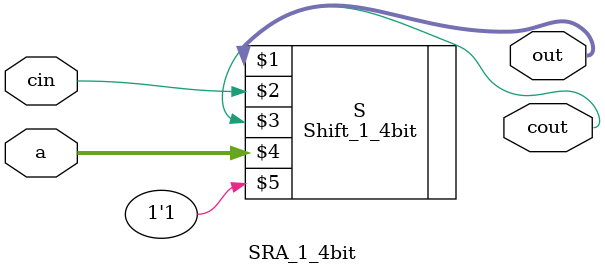
<source format=v>
module SRA_1_4bit(out,cin,cout,a);//select=0 leftshift, select=1 rightshift
	input[3:0] a;
	input cin;
	output[3:0] out;
	output cout;	
	Shift_1_4bit S(out,cin,cout,a,1'b1);
endmodule

</source>
